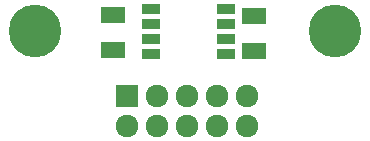
<source format=gts>
G04 #@! TF.FileFunction,Soldermask,Top*
%FSLAX46Y46*%
G04 Gerber Fmt 4.6, Leading zero omitted, Abs format (unit mm)*
G04 Created by KiCad (PCBNEW 4.0.1-stable) date 4/19/2016 1:19:52 PM*
%MOMM*%
G01*
G04 APERTURE LIST*
%ADD10C,0.100000*%
%ADD11C,4.464000*%
%ADD12R,1.924000X1.924000*%
%ADD13C,1.924000*%
%ADD14R,1.543000X0.908000*%
%ADD15R,2.000000X1.400000*%
G04 APERTURE END LIST*
D10*
D11*
X19050000Y-20955000D03*
D12*
X26797000Y-26479500D03*
D13*
X26797000Y-29019500D03*
X29337000Y-26479500D03*
X29337000Y-29019500D03*
X31877000Y-26479500D03*
X31877000Y-29019500D03*
X34417000Y-26479500D03*
X34417000Y-29019500D03*
X36957000Y-26479500D03*
X36957000Y-29019500D03*
D14*
X28829000Y-22860000D03*
X28829000Y-21590000D03*
X28829000Y-20320000D03*
X28829000Y-19050000D03*
X35179000Y-19050000D03*
X35179000Y-20320000D03*
X35179000Y-21590000D03*
X35179000Y-22860000D03*
D15*
X37592000Y-22645500D03*
X37592000Y-19645500D03*
X25654000Y-22582000D03*
X25654000Y-19582000D03*
D11*
X44450000Y-20955000D03*
M02*

</source>
